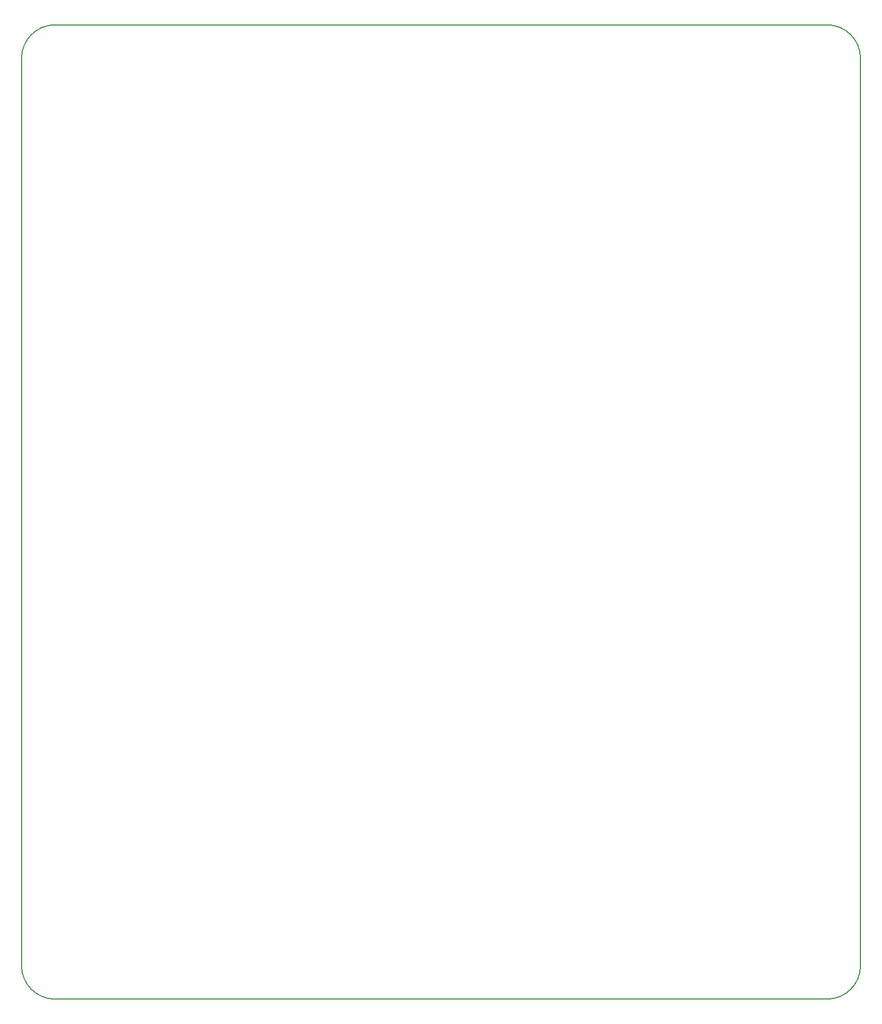
<source format=gm1>
%TF.GenerationSoftware,KiCad,Pcbnew,5.1.7-a382d34a8~88~ubuntu18.04.1*%
%TF.CreationDate,2020-12-13T04:00:48-06:00*%
%TF.ProjectId,MPPT,4d505054-2e6b-4696-9361-645f70636258,Rev1.3*%
%TF.SameCoordinates,Original*%
%TF.FileFunction,Profile,NP*%
%FSLAX46Y46*%
G04 Gerber Fmt 4.6, Leading zero omitted, Abs format (unit mm)*
G04 Created by KiCad (PCBNEW 5.1.7-a382d34a8~88~ubuntu18.04.1) date 2020-12-13 04:00:48*
%MOMM*%
%LPD*%
G01*
G04 APERTURE LIST*
%TA.AperFunction,Profile*%
%ADD10C,0.150000*%
%TD*%
G04 APERTURE END LIST*
D10*
X22499998Y-162469998D02*
G75*
G02*
X17500000Y-157470000I0J4999998D01*
G01*
X142500000Y-157470000D02*
G75*
G02*
X137500000Y-162470000I-5000000J0D01*
G01*
X137500000Y-17470000D02*
G75*
G02*
X142500000Y-22470000I0J-5000000D01*
G01*
X17500000Y-22470001D02*
G75*
G02*
X22499999Y-17470000I5000000J1D01*
G01*
X17500000Y-157470000D02*
X17500000Y-22470000D01*
X142500000Y-157470000D02*
X142500000Y-22470000D01*
X137500000Y-17470000D02*
X22500000Y-17470000D01*
X137500000Y-162470000D02*
X22500000Y-162470000D01*
M02*

</source>
